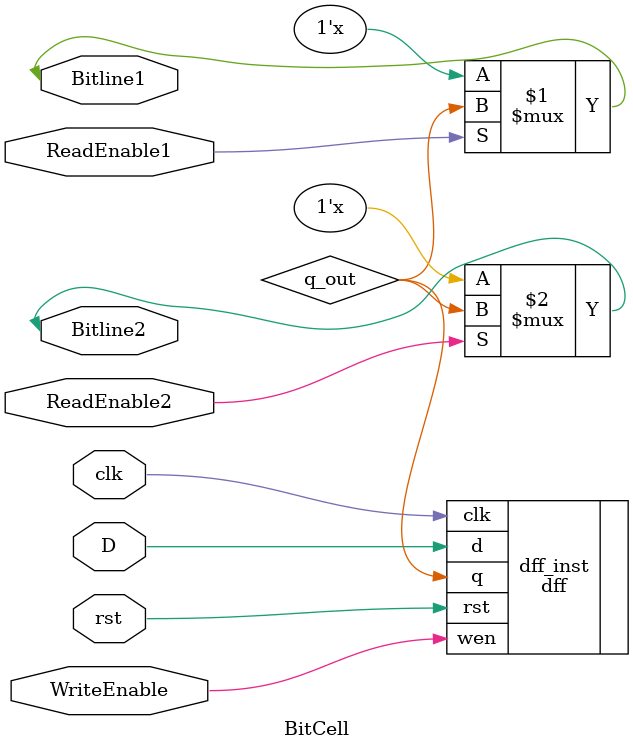
<source format=v>
module BitCell(
    input clk,
    input rst,
    input D,
    input WriteEnable,
    input ReadEnable1,
    input ReadEnable2,
    inout Bitline1,
    inout Bitline2
);
    wire q_out;
    
    // d flip-flop instance 
    dff dff_inst(
        .q(q_out),
        .d(D),
        .wen(WriteEnable),
        .clk(clk),
        .rst(rst)
    );
    
    // tri-state buffers for read ports
    assign Bitline1 = ReadEnable1 ? q_out : 1'bz;
    assign Bitline2 = ReadEnable2 ? q_out : 1'bz;
endmodule
</source>
